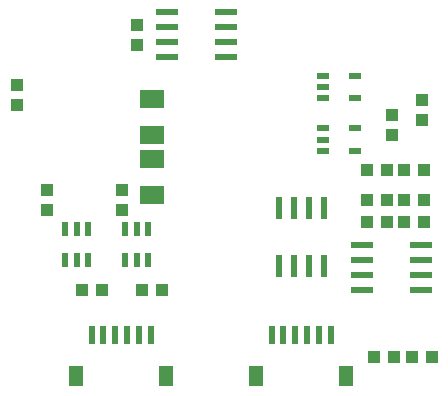
<source format=gbr>
G04 EAGLE Gerber X2 export*
%TF.Part,Single*%
%TF.FileFunction,Paste,Top*%
%TF.FilePolarity,Positive*%
%TF.GenerationSoftware,Autodesk,EAGLE,9.0.0*%
%TF.CreationDate,2018-07-03T14:12:15Z*%
G75*
%MOMM*%
%FSLAX34Y34*%
%LPD*%
%AMOC8*
5,1,8,0,0,1.08239X$1,22.5*%
G01*
%ADD10R,1.981200X0.558800*%
%ADD11R,1.000000X1.100000*%
%ADD12R,0.550000X1.200000*%
%ADD13R,1.100000X1.000000*%
%ADD14R,1.000000X0.600000*%
%ADD15R,0.558800X1.981200*%
%ADD16R,2.000000X1.500000*%
%ADD17R,0.600000X1.550000*%
%ADD18R,1.200000X1.800000*%


D10*
X229362Y323850D03*
X229362Y311150D03*
X229362Y298450D03*
X229362Y285750D03*
X278638Y285750D03*
X278638Y298450D03*
X278638Y311150D03*
X278638Y323850D03*
D11*
X203200Y296300D03*
X203200Y313300D03*
X101600Y245500D03*
X101600Y262500D03*
D12*
X161900Y140001D03*
X152400Y140001D03*
X142900Y140001D03*
X142900Y113999D03*
X161900Y113999D03*
X152400Y113999D03*
X212700Y140001D03*
X203200Y140001D03*
X193700Y140001D03*
X193700Y113999D03*
X212700Y113999D03*
X203200Y113999D03*
D11*
X444500Y232800D03*
X444500Y249800D03*
X419100Y220100D03*
X419100Y237100D03*
X190500Y156600D03*
X190500Y173600D03*
X127000Y156600D03*
X127000Y173600D03*
D13*
X207400Y88900D03*
X224400Y88900D03*
X156600Y88900D03*
X173600Y88900D03*
D14*
X360900Y269850D03*
X360900Y260350D03*
X360900Y250850D03*
X388400Y250850D03*
X388400Y269850D03*
X360900Y225400D03*
X360900Y215900D03*
X360900Y206400D03*
X388400Y206400D03*
X388400Y225400D03*
D11*
X446650Y146050D03*
X429650Y146050D03*
X446650Y165100D03*
X429650Y165100D03*
X446650Y190500D03*
X429650Y190500D03*
X414900Y190500D03*
X397900Y190500D03*
X414900Y165100D03*
X397900Y165100D03*
X414900Y146050D03*
X397900Y146050D03*
D15*
X323850Y108712D03*
X336550Y108712D03*
X349250Y108712D03*
X361950Y108712D03*
X361950Y157988D03*
X349250Y157988D03*
X336550Y157988D03*
X323850Y157988D03*
D10*
X394462Y127000D03*
X394462Y114300D03*
X394462Y101600D03*
X394462Y88900D03*
X443738Y88900D03*
X443738Y101600D03*
X443738Y114300D03*
X443738Y127000D03*
D16*
X215900Y249950D03*
X215900Y219950D03*
X215900Y169150D03*
X215900Y199150D03*
D11*
X436000Y31750D03*
X453000Y31750D03*
X404250Y31750D03*
X421250Y31750D03*
D17*
X165100Y50800D03*
X175100Y50800D03*
X185100Y50800D03*
X195100Y50800D03*
X205100Y50800D03*
X215100Y50800D03*
D18*
X152100Y15850D03*
X228100Y15850D03*
D17*
X317500Y50800D03*
X327500Y50800D03*
X337500Y50800D03*
X347500Y50800D03*
X357500Y50800D03*
X367500Y50800D03*
D18*
X304500Y15850D03*
X380500Y15850D03*
M02*

</source>
